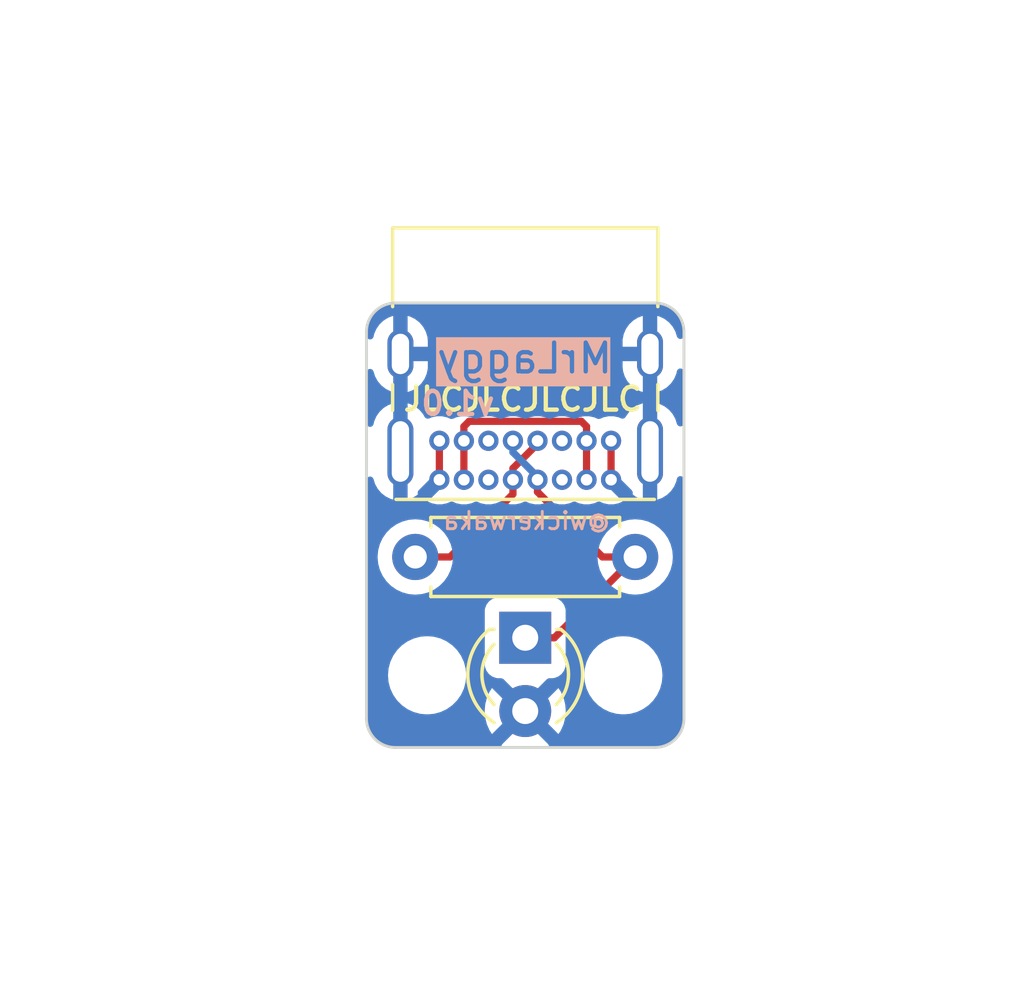
<source format=kicad_pcb>
(kicad_pcb (version 20221018) (generator pcbnew)
  (layers (0 "F.Cu" signal) (31 "B.Cu" signal) (34 "B.Paste" user) (35 "F.Paste" user) (36 "B.SilkS" user "B.Silkscreen") (37 "F.SilkS" user "F.Silkscreen") (38 "B.Mask" user) (39 "F.Mask" user) (44 "Edge.Cuts" user))
  (net 0 "")
  (net 1 "GND")
  (net 2 "unconnected-(J1-VBUS-PadA4)")
  (net 3 "Net-(Q1-C)")
  (net 5 "+3.3V")
  (footprint "Connector_USB:USB_C_Receptacle_GCT_USB4085" (layer "F.Cu") (at 130.675 73.625 180)
    (fp_text reference "J1" hide)
    (fp_text value "USB_C_Receptacle_USB2.0")
    (fp_line (start -1.62 2.4) (end -1.62 3.3) (stroke (width 0.12)) (layer "F.SilkS"))
    (fp_line (start -1.62 6) (end -1.62 8.73) (stroke (width 0.12)) (layer "F.SilkS"))
    (fp_line (start -1.62 8.73) (end 7.57 8.73) (stroke (width 0.12)) (layer "F.SilkS"))
    (fp_line (start -1.5 -0.68) (end 7.45 -0.68) (stroke (width 0.12)) (layer "F.SilkS"))
    (fp_line (start 7.57 2.4) (end 7.57 3.3) (stroke (width 0.12)) (layer "F.SilkS"))
    (fp_line (start 7.57 6) (end 7.57 8.73) (stroke (width 0.12)) (layer "F.SilkS"))
    (pad "A1" thru_hole circle (at 0 0 180) (size 0.7 0.7) (drill 0.4) (layers "*.Cu" "*.Mask") (net 1 "GND"))
    (pad "A4" thru_hole circle (at 0.85 0 180) (size 0.7 0.7) (drill 0.4) (layers "*.Cu" "*.Mask") (net 2 "unconnected-(J1-VBUS-PadA4)"))
    (pad "A5" thru_hole circle (at 1.7 0 180) (size 0.7 0.7) (drill 0.4) (layers "*.Cu" "*.Mask"))
    (pad "A6" thru_hole circle (at 2.55 0 180) (size 0.7 0.7) (drill 0.4) (layers "*.Cu" "*.Mask") (net 3 "Net-(Q1-C)"))
    (pad "A7" thru_hole circle (at 3.4 0 180) (size 0.7 0.7) (drill 0.4) (layers "*.Cu" "*.Mask") (net 5 "+3.3V"))
    (pad "A8" thru_hole circle (at 4.25 0 180) (size 0.7 0.7) (drill 0.4) (layers "*.Cu" "*.Mask"))
    (pad "A9" thru_hole circle (at 5.1 0 180) (size 0.7 0.7) (drill 0.4) (layers "*.Cu" "*.Mask") (net 2 "unconnected-(J1-VBUS-PadA4)"))
    (pad "A12" thru_hole circle (at 5.95 0 180) (size 0.7 0.7) (drill 0.4) (layers "*.Cu" "*.Mask") (net 1 "GND"))
    (pad "B1" thru_hole circle (at 5.95 1.35 180) (size 0.7 0.7) (drill 0.4) (layers "*.Cu" "*.Mask") (net 1 "GND"))
    (pad "B4" thru_hole circle (at 5.1 1.35 180) (size 0.7 0.7) (drill 0.4) (layers "*.Cu" "*.Mask") (net 2 "unconnected-(J1-VBUS-PadA4)"))
    (pad "B5" thru_hole circle (at 4.25 1.35 180) (size 0.7 0.7) (drill 0.4) (layers "*.Cu" "*.Mask"))
    (pad "B6" thru_hole circle (at 3.4 1.35 180) (size 0.7 0.7) (drill 0.4) (layers "*.Cu" "*.Mask") (net 3 "Net-(Q1-C)"))
    (pad "B7" thru_hole circle (at 2.55 1.35 180) (size 0.7 0.7) (drill 0.4) (layers "*.Cu" "*.Mask") (net 5 "+3.3V"))
    (pad "B8" thru_hole circle (at 1.7 1.35 180) (size 0.7 0.7) (drill 0.4) (layers "*.Cu" "*.Mask"))
    (pad "B9" thru_hole circle (at 0.85 1.35 180) (size 0.7 0.7) (drill 0.4) (layers "*.Cu" "*.Mask") (net 2 "unconnected-(J1-VBUS-PadA4)"))
    (pad "B12" thru_hole circle (at 0 1.35 180) (size 0.7 0.7) (drill 0.4) (layers "*.Cu" "*.Mask") (net 1 "GND"))
    (pad "S1" thru_hole oval (at -1.35 0.98 180) (size 0.9 2.4) (drill oval 0.6 2.1) (layers "*.Cu" "*.Mask") (net 1 "GND"))
    (pad "S1" thru_hole oval (at -1.35 4.36 180) (size 0.9 1.7) (drill oval 0.6 1.4) (layers "*.Cu" "*.Mask") (net 1 "GND"))
    (pad "S1" thru_hole oval (at 7.3 0.98 180) (size 0.9 2.4) (drill oval 0.6 2.1) (layers "*.Cu" "*.Mask") (net 1 "GND"))
    (pad "S1" thru_hole oval (at 7.3 4.36 180) (size 0.9 1.7) (drill oval 0.6 1.4) (layers "*.Cu" "*.Mask") (net 1 "GND"))
  )
  (footprint "Resistor_THT:R_Axial_DIN0207_L6.3mm_D2.5mm_P7.62mm_Horizontal" (layer "F.Cu") (at 131.51 76.3 180)
    (fp_text reference "R1" hide)
    (fp_text value "750K")
    (fp_line (start 0.54 -1.37) (end 7.08 -1.37) (stroke (width 0.12)) (layer "F.SilkS"))
    (fp_line (start 0.54 -1.04) (end 0.54 -1.37) (stroke (width 0.12)) (layer "F.SilkS"))
    (fp_line (start 0.54 1.04) (end 0.54 1.37) (stroke (width 0.12)) (layer "F.SilkS"))
    (fp_line (start 0.54 1.37) (end 7.08 1.37) (stroke (width 0.12)) (layer "F.SilkS"))
    (fp_line (start 7.08 -1.37) (end 7.08 -1.04) (stroke (width 0.12)) (layer "F.SilkS"))
    (fp_line (start 7.08 1.37) (end 7.08 1.04) (stroke (width 0.12)) (layer "F.SilkS"))
    (pad "1" thru_hole circle (at 0 0 180) (size 1.6 1.6) (drill 0.8) (layers "*.Cu" "*.Mask") (net 3 "Net-(Q1-C)"))
    (pad "2" thru_hole oval (at 7.62 0 180) (size 1.6 1.6) (drill 0.8) (layers "*.Cu" "*.Mask") (net 5 "+3.3V"))
  )
  (footprint "LED_THT:LED_D3.0mm" (layer "F.Cu") (at 127.7 79.1 -90)
    (fp_text reference "Q1" hide)
    (fp_text value "PT17-21C/L41/TR8")
    (fp_line (start -0.29 -1.236) (end -0.29 -1.08) (stroke (width 0.12)) (layer "F.SilkS"))
    (fp_line (start -0.29 1.08) (end -0.29 1.236) (stroke (width 0.12)) (layer "F.SilkS"))
    (fp_arc (start -0.29 -1.235516) (mid 1.366487 -1.987659) (end 2.942335 -1.078608) (stroke (width 0.12)) (layer "F.SilkS"))
    (fp_arc (start 0.229039 -1.08) (mid 1.270117 -1.5) (end 2.31113 -1.079837) (stroke (width 0.12)) (layer "F.SilkS"))
    (fp_arc (start 2.31113 1.079837) (mid 1.270117 1.5) (end 0.229039 1.08) (stroke (width 0.12)) (layer "F.SilkS"))
    (fp_arc (start 2.942335 1.078608) (mid 1.366487 1.987659) (end -0.29 1.235516) (stroke (width 0.12)) (layer "F.SilkS"))
    (pad "1" thru_hole rect (at 0 0 270) (size 1.8 1.8) (drill 0.9) (layers "*.Cu" "*.Mask") (net 3 "Net-(Q1-C)"))
    (pad "2" thru_hole circle (at 2.54 0 270) (size 1.8 1.8) (drill 0.9) (layers "*.Cu" "*.Mask") (net 1 "GND"))
  )
  (footprint "MountingHole:MountingHole_2.2mm_M2_ISO7380" (layer "F.Cu") (at 131.1 80.4)
    (fp_text reference "H2" hide)
    (fp_text value "MountingHole_Pad")
    (pad "" np_thru_hole circle (at 0 0) (size 2.2 2.2) (drill 2.2) (layers "*.Cu" "*.Mask"))
  )
  (footprint "MountingHole:MountingHole_2.2mm_M2_ISO7380" (layer "F.Cu") (at 124.3 80.4)
    (fp_text reference "H1" hide)
    (fp_text value "MountingHole")
    (pad "" np_thru_hole circle (at 0 0) (size 2.2 2.2) (drill 2.2) (layers "*.Cu" "*.Mask"))
  )
  (gr_arc (start 133.2 81.9) (mid 132.907107 82.607107) (end 132.2 82.9) (stroke (width 0.1)) (layer "Edge.Cuts"))
  (gr_line (start 123.2 67.5) (end 132.2 67.5) (stroke (width 0.1)) (layer "Edge.Cuts"))
  (gr_arc (start 132.2 67.5) (mid 132.907107 67.792893) (end 133.2 68.5) (stroke (width 0.1)) (layer "Edge.Cuts"))
  (gr_line (start 132.2 82.9) (end 123.2 82.9) (stroke (width 0.1)) (layer "Edge.Cuts"))
  (gr_line (start 133.2 68.5) (end 133.2 81.9) (stroke (width 0.1)) (layer "Edge.Cuts"))
  (gr_arc (start 122.2 68.5) (mid 122.492893 67.792893) (end 123.2 67.5) (stroke (width 0.1)) (layer "Edge.Cuts"))
  (gr_line (start 122.2 81.9) (end 122.2 68.5) (stroke (width 0.1)) (layer "Edge.Cuts"))
  (gr_arc (start 123.2 82.9) (mid 122.492893 82.607107) (end 122.2 81.9) (stroke (width 0.1)) (layer "Edge.Cuts"))
  (gr_text "v1.0" (at 126.725 71.45) (layer "B.SilkS") (effects (font (size 0.8 0.8)) (justify left bottom mirror)))
  (gr_text "MrLaggy" (at 130.8 70) (layer "B.SilkS" knockout) (effects (font (size 1 1)) (justify left bottom mirror)))
  (gr_text "@wickerwaka" (at 130.7 75.4) (layer "B.SilkS") (effects (font (size 0.6 0.6) (thickness 0.1) bold) (justify left bottom mirror)))
  (gr_text "JLCJLCJLCJLC" (at 123.4 71.3) (layer "F.SilkS") (effects (font (size 0.8 0.8)) (justify left bottom)))
  (segment (start 130.675 73.625) (end 130.675 72.275) (width 0.25) (layer "F.Cu") (net 1))
  (segment (start 124.725 73.625) (end 124.725 72.275) (width 0.25) (layer "F.Cu") (net 1))
  (segment (start 125.575 71.780026) (end 125.755026 71.6) (width 0.25) (layer "F.Cu") (net 2))
  (segment (start 125.755026 71.6) (end 129.644974 71.6) (width 0.25) (layer "F.Cu") (net 2))
  (segment (start 129.825 71.780026) (end 129.825 72.275) (width 0.25) (layer "F.Cu") (net 2))
  (segment (start 129.825 73.625) (end 129.825 72.275) (width 0.25) (layer "F.Cu") (net 2))
  (segment (start 125.575 73.625) (end 125.575 72.275) (width 0.25) (layer "F.Cu") (net 2))
  (segment (start 129.644974 71.6) (end 129.825 71.780026) (width 0.25) (layer "F.Cu") (net 2))
  (segment (start 125.575 72.275) (end 125.575 71.780026) (width 0.25) (layer "F.Cu") (net 2))
  (segment (start 127.7 79.1) (end 128.71 79.1) (width 0.25) (layer "F.Cu") (net 3))
  (segment (start 131.51 76.3) (end 130.37863 76.3) (width 0.25) (layer "F.Cu") (net 3))
  (segment (start 128.71 79.1) (end 131.51 76.3) (width 0.25) (layer "F.Cu") (net 3))
  (segment (start 130.37863 76.3) (end 128.125 74.04637) (width 0.25) (layer "F.Cu") (net 3))
  (segment (start 128.125 74.04637) (end 128.125 73.625) (width 0.25) (layer "F.Cu") (net 3))
  (segment (start 127.275 72.670405) (end 128.125 73.520405) (width 0.25) (layer "B.Cu") (net 3))
  (segment (start 128.125 73.520405) (end 128.125 73.625) (width 0.25) (layer "B.Cu") (net 3))
  (segment (start 127.275 72.275) (end 127.275 72.670405) (width 0.25) (layer "B.Cu") (net 3))
  (segment (start 128.125 72.379595) (end 127.275 73.229595) (width 0.25) (layer "F.Cu") (net 5))
  (segment (start 127.275 73.625) (end 127.275 74.119974) (width 0.25) (layer "F.Cu") (net 5))
  (segment (start 128.125 72.275) (end 128.125 72.379595) (width 0.25) (layer "F.Cu") (net 5))
  (segment (start 127.275 73.229595) (end 127.275 73.625) (width 0.25) (layer "F.Cu") (net 5))
  (segment (start 127.275 74.119974) (end 125.094974 76.3) (width 0.25) (layer "F.Cu") (net 5))
  (segment (start 125.094974 76.3) (end 123.89 76.3) (width 0.25) (layer "F.Cu") (net 5))
  (zone (net 1) (net_name "GND") (layer "B.Cu") (connect_pads (clearance 0.5)) (min_thickness 0.25) (fill yes (thermal_gap 0.5) (thermal_bridge_width 0.5))
    (polygon (pts (xy 109.5 57) (xy 145 57) (xy 145 91) (xy 109.5 91)))
  )
)
</source>
